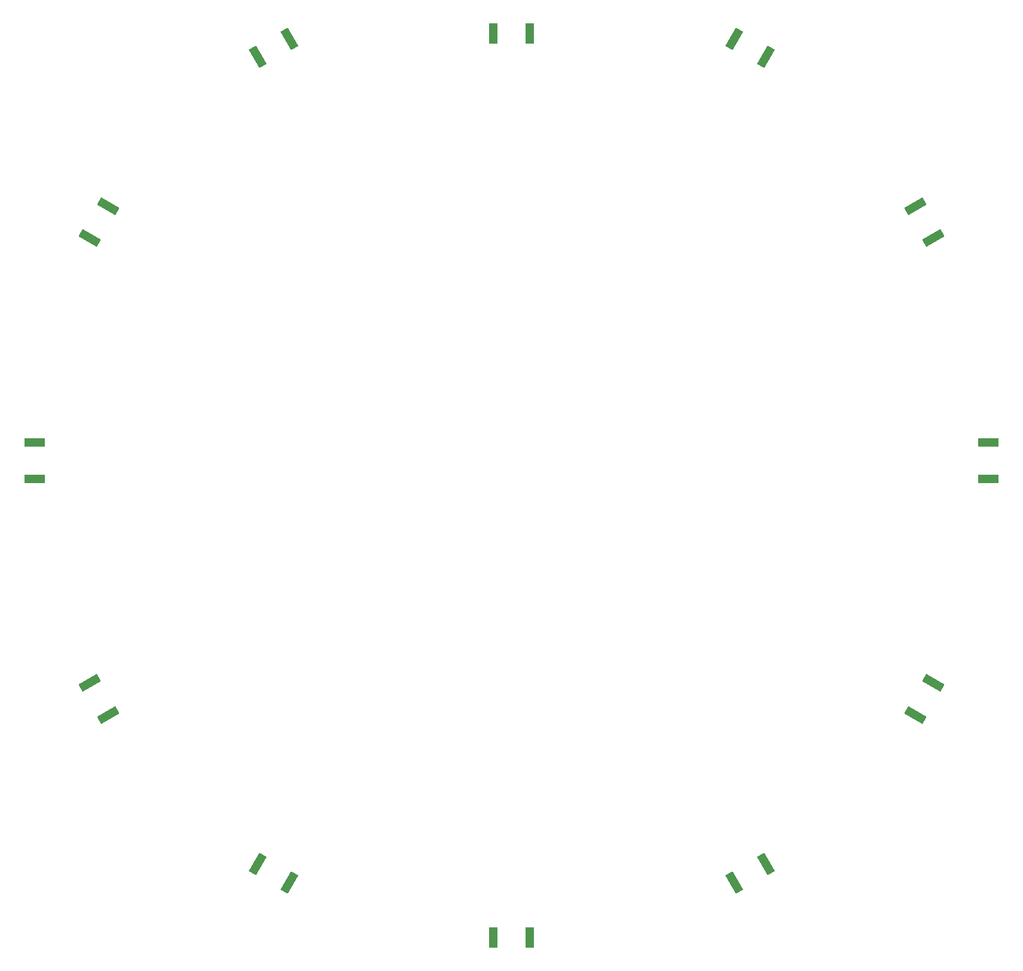
<source format=gbr>
%TF.GenerationSoftware,KiCad,Pcbnew,8.0.3*%
%TF.CreationDate,2024-07-01T22:35:14+08:00*%
%TF.ProjectId,bottom-rounded,626f7474-6f6d-42d7-926f-756e6465642e,1.2.0*%
%TF.SameCoordinates,Original*%
%TF.FileFunction,Paste,Top*%
%TF.FilePolarity,Positive*%
%FSLAX46Y46*%
G04 Gerber Fmt 4.6, Leading zero omitted, Abs format (unit mm)*
G04 Created by KiCad (PCBNEW 8.0.3) date 2024-07-01 22:35:14*
%MOMM*%
%LPD*%
G01*
G04 APERTURE LIST*
G04 Aperture macros list*
%AMRotRect*
0 Rectangle, with rotation*
0 The origin of the aperture is its center*
0 $1 length*
0 $2 width*
0 $3 Rotation angle, in degrees counterclockwise*
0 Add horizontal line*
21,1,$1,$2,0,0,$3*%
G04 Aperture macros list end*
%ADD10RotRect,1.190000X3.000000X120.000000*%
%ADD11RotRect,1.190000X3.000000X330.000000*%
%ADD12R,3.000000X1.190000*%
%ADD13R,1.190000X3.000000*%
%ADD14RotRect,1.190000X3.000000X150.000000*%
%ADD15RotRect,1.190000X3.000000X300.000000*%
%ADD16RotRect,1.190000X3.000000X30.000000*%
%ADD17RotRect,1.190000X3.000000X60.000000*%
%ADD18RotRect,1.190000X3.000000X240.000000*%
%ADD19RotRect,1.190000X3.000000X210.000000*%
G04 APERTURE END LIST*
D10*
%TO.C,D9*%
X42840500Y-135997336D03*
X40245500Y-131502664D03*
%TD*%
D11*
%TO.C,D2*%
X131502664Y-40245500D03*
X135997336Y-42840500D03*
%TD*%
D12*
%TO.C,D4*%
X167500000Y-97405000D03*
X167500000Y-102595000D03*
%TD*%
D13*
%TO.C,D1*%
X97405000Y-39500000D03*
X102595000Y-39500000D03*
%TD*%
D14*
%TO.C,D8*%
X68497336Y-159754500D03*
X64002664Y-157159500D03*
%TD*%
D15*
%TO.C,D3*%
X157159500Y-64002664D03*
X159754500Y-68497336D03*
%TD*%
D13*
%TO.C,D7*%
X102595000Y-167500000D03*
X97405000Y-167500000D03*
%TD*%
D16*
%TO.C,D12*%
X64002664Y-42840500D03*
X68497336Y-40245500D03*
%TD*%
D17*
%TO.C,D11*%
X40245500Y-68497336D03*
X42840500Y-64002664D03*
%TD*%
D18*
%TO.C,D5*%
X159754500Y-131502664D03*
X157159500Y-135997336D03*
%TD*%
D12*
%TO.C,D10*%
X32500000Y-102595000D03*
X32500000Y-97405000D03*
%TD*%
D19*
%TO.C,D6*%
X135997336Y-157159500D03*
X131502664Y-159754500D03*
%TD*%
M02*

</source>
